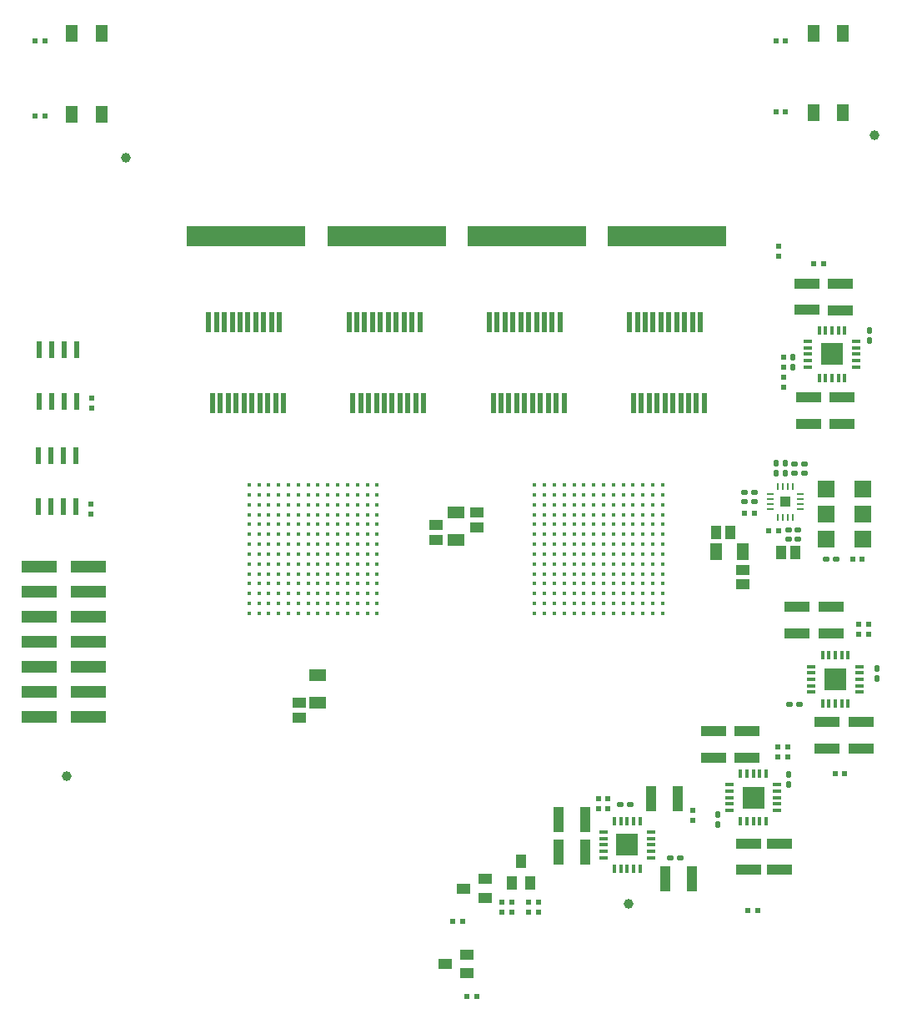
<source format=gtp>
%FSLAX44Y44*%
%MOMM*%
G71*
G01*
G75*
G04 Layer_Color=8421504*
%ADD10C,0.2032*%
G04:AMPARAMS|DCode=11|XSize=0.5mm|YSize=0.6mm|CornerRadius=0.125mm|HoleSize=0mm|Usage=FLASHONLY|Rotation=0.000|XOffset=0mm|YOffset=0mm|HoleType=Round|Shape=RoundedRectangle|*
%AMROUNDEDRECTD11*
21,1,0.5000,0.3500,0,0,0.0*
21,1,0.2500,0.6000,0,0,0.0*
1,1,0.2500,0.1250,-0.1750*
1,1,0.2500,-0.1250,-0.1750*
1,1,0.2500,-0.1250,0.1750*
1,1,0.2500,0.1250,0.1750*
%
%ADD11ROUNDEDRECTD11*%
%ADD12R,2.6000X1.1000*%
%ADD13R,0.6000X0.6000*%
G04:AMPARAMS|DCode=14|XSize=0.5mm|YSize=0.6mm|CornerRadius=0.125mm|HoleSize=0mm|Usage=FLASHONLY|Rotation=270.000|XOffset=0mm|YOffset=0mm|HoleType=Round|Shape=RoundedRectangle|*
%AMROUNDEDRECTD14*
21,1,0.5000,0.3500,0,0,270.0*
21,1,0.2500,0.6000,0,0,270.0*
1,1,0.2500,-0.1750,-0.1250*
1,1,0.2500,-0.1750,0.1250*
1,1,0.2500,0.1750,0.1250*
1,1,0.2500,0.1750,-0.1250*
%
%ADD14ROUNDEDRECTD14*%
%ADD15R,1.1000X1.3500*%
%ADD16R,0.6000X0.6000*%
%ADD17R,1.0000X1.4000*%
%ADD18R,1.4000X1.0000*%
%ADD19R,1.4000X1.1000*%
%ADD20R,1.1500X1.8000*%
%ADD21R,0.9500X0.3500*%
%ADD22R,0.3500X0.9500*%
%ADD23R,3.3000X3.3000*%
%ADD24R,0.6000X1.8000*%
%ADD25R,0.5000X2.0000*%
%ADD26R,1.6000X1.6000*%
%ADD27R,0.2800X0.8000*%
%ADD28R,0.8000X0.2800*%
%ADD29R,1.1000X1.4000*%
%ADD30R,1.1500X1.7000*%
%ADD31R,3.3000X3.3000*%
%ADD32R,1.1000X2.6000*%
%ADD33R,1.7000X1.1500*%
%ADD34C,0.4500*%
%ADD35C,1.0000*%
%ADD36R,12.0500X2.0000*%
%ADD37R,1.8000X1.8000*%
%ADD38R,3.6800X1.2700*%
%ADD39C,0.1270*%
%ADD40C,0.2540*%
%ADD41C,0.5080*%
%ADD42C,0.1524*%
%ADD43C,0.3048*%
%ADD44C,0.5000*%
%ADD45C,0.3810*%
%ADD46C,1.6500*%
%ADD47C,1.4732*%
%ADD48C,0.9500*%
%ADD49R,2.0000X2.0000*%
%ADD50C,8.0000*%
%ADD51C,0.4928*%
%ADD52C,0.6600*%
%ADD53C,0.5080*%
%ADD54C,1.0160*%
%ADD55C,1.0080*%
%ADD56C,2.0580*%
%ADD57C,2.0320*%
%ADD58C,1.4580*%
%ADD59C,1.5580*%
%ADD60C,1.6764*%
%ADD61C,4.3180*%
%ADD62C,0.7620*%
%ADD63C,0.1000*%
%ADD64C,0.1016*%
%ADD65C,0.8380*%
%ADD66C,1.2700*%
%ADD67R,0.4064X2.1590*%
%ADD68R,18.0340X0.5080*%
%ADD69C,0.2500*%
%ADD70C,0.6000*%
%ADD71C,0.2000*%
%ADD72R,2.3100X2.3100*%
%ADD73R,1.1200X1.1200*%
%ADD74R,2.3100X2.3100*%
D11*
X792480Y724582D02*
D03*
Y714582D02*
D03*
X788000Y291000D02*
D03*
Y301000D02*
D03*
X715678Y250524D02*
D03*
Y260524D02*
D03*
X869696Y742014D02*
D03*
Y752014D02*
D03*
X878000Y409000D02*
D03*
Y399000D02*
D03*
X775274Y607294D02*
D03*
Y617294D02*
D03*
X784274Y607294D02*
D03*
Y617294D02*
D03*
D12*
X842518Y657060D02*
D03*
Y684060D02*
D03*
X808482Y657060D02*
D03*
Y684060D02*
D03*
X806450Y799630D02*
D03*
Y772630D02*
D03*
X831000Y471500D02*
D03*
Y444500D02*
D03*
X747000Y231500D02*
D03*
Y204500D02*
D03*
X712000Y345500D02*
D03*
Y318500D02*
D03*
X796500Y471500D02*
D03*
Y444500D02*
D03*
X779000Y231500D02*
D03*
Y204500D02*
D03*
X746000Y345500D02*
D03*
Y318500D02*
D03*
X862000Y354500D02*
D03*
Y327500D02*
D03*
X827000D02*
D03*
Y354500D02*
D03*
X840740Y799550D02*
D03*
Y772550D02*
D03*
D13*
X777670Y549040D02*
D03*
X767670D02*
D03*
X852758Y519938D02*
D03*
X862758D02*
D03*
X746708Y163576D02*
D03*
X756708D02*
D03*
X777000Y329000D02*
D03*
X787000D02*
D03*
X777000Y319000D02*
D03*
X787000D02*
D03*
X845000Y302000D02*
D03*
X835000D02*
D03*
X859000Y454000D02*
D03*
X869000D02*
D03*
X447000Y152000D02*
D03*
X457000D02*
D03*
X859000Y444000D02*
D03*
X869000D02*
D03*
X461000Y76000D02*
D03*
X471000D02*
D03*
X33000Y1045400D02*
D03*
X23000D02*
D03*
Y969400D02*
D03*
X33000D02*
D03*
X775000Y1045400D02*
D03*
X785000D02*
D03*
Y973400D02*
D03*
X775000D02*
D03*
X823388Y819912D02*
D03*
X813388D02*
D03*
X743284Y566166D02*
D03*
X753284D02*
D03*
D14*
X836186Y519928D02*
D03*
X826186D02*
D03*
X668000Y217000D02*
D03*
X678000D02*
D03*
X797670Y540540D02*
D03*
X787670D02*
D03*
X617000Y271000D02*
D03*
X627000D02*
D03*
X797670Y549540D02*
D03*
X787670D02*
D03*
X798952Y372110D02*
D03*
X788952D02*
D03*
X753284Y578358D02*
D03*
X743284D02*
D03*
X753284Y587502D02*
D03*
X743284D02*
D03*
X804274Y607294D02*
D03*
X794274D02*
D03*
X804274Y616294D02*
D03*
X794274D02*
D03*
D15*
X780170Y527040D02*
D03*
X795170D02*
D03*
D16*
X691000Y265000D02*
D03*
Y255000D02*
D03*
X782828Y704118D02*
D03*
Y694118D02*
D03*
Y724438D02*
D03*
Y714438D02*
D03*
X595000Y267000D02*
D03*
Y277000D02*
D03*
X778002Y827612D02*
D03*
Y837612D02*
D03*
X604000Y267000D02*
D03*
Y277000D02*
D03*
X80264Y672926D02*
D03*
Y682926D02*
D03*
X79254Y565984D02*
D03*
Y575984D02*
D03*
X524000Y172000D02*
D03*
Y162000D02*
D03*
X534000D02*
D03*
Y172000D02*
D03*
X497000Y162000D02*
D03*
Y172000D02*
D03*
X506984Y172132D02*
D03*
Y162132D02*
D03*
D17*
X516000Y213000D02*
D03*
X525500Y191000D02*
D03*
X506500D02*
D03*
D18*
X457724Y185794D02*
D03*
X479724Y195294D02*
D03*
Y176294D02*
D03*
X461000Y99500D02*
D03*
Y118500D02*
D03*
X439000Y109000D02*
D03*
D19*
X290830Y374022D02*
D03*
Y359022D02*
D03*
X741834Y509150D02*
D03*
Y494150D02*
D03*
X430022Y539616D02*
D03*
Y554616D02*
D03*
X471170Y567316D02*
D03*
Y552316D02*
D03*
D20*
X813000Y1053400D02*
D03*
X843000D02*
D03*
X813000Y972400D02*
D03*
X843000D02*
D03*
X60000Y971400D02*
D03*
X90000D02*
D03*
X60000Y1053400D02*
D03*
X90000D02*
D03*
D21*
X727750Y291000D02*
D03*
Y284500D02*
D03*
Y278000D02*
D03*
Y271500D02*
D03*
Y265000D02*
D03*
X776250D02*
D03*
Y271500D02*
D03*
Y278000D02*
D03*
Y284500D02*
D03*
Y291000D02*
D03*
X648250Y217000D02*
D03*
Y223500D02*
D03*
Y230000D02*
D03*
Y236500D02*
D03*
Y243000D02*
D03*
X599750D02*
D03*
Y236500D02*
D03*
Y230000D02*
D03*
Y223500D02*
D03*
Y217000D02*
D03*
X859750Y411000D02*
D03*
Y404500D02*
D03*
Y398000D02*
D03*
Y391500D02*
D03*
Y385000D02*
D03*
X811250D02*
D03*
Y391500D02*
D03*
Y398000D02*
D03*
Y404500D02*
D03*
Y411000D02*
D03*
X807680Y714710D02*
D03*
Y721210D02*
D03*
Y727710D02*
D03*
Y734210D02*
D03*
Y740710D02*
D03*
X856180D02*
D03*
Y734210D02*
D03*
Y727710D02*
D03*
Y721210D02*
D03*
Y714710D02*
D03*
D22*
X739000Y253750D02*
D03*
X745500D02*
D03*
X752000D02*
D03*
X758500D02*
D03*
X765000D02*
D03*
Y302250D02*
D03*
X758500D02*
D03*
X752000D02*
D03*
X745500D02*
D03*
X739000D02*
D03*
X611000Y205750D02*
D03*
X617500D02*
D03*
X624000D02*
D03*
X630500D02*
D03*
X637000D02*
D03*
Y254250D02*
D03*
X630500D02*
D03*
X624000D02*
D03*
X617500D02*
D03*
X611000D02*
D03*
X822500Y422250D02*
D03*
X829000D02*
D03*
X835500D02*
D03*
X842000D02*
D03*
X848500D02*
D03*
Y373750D02*
D03*
X842000D02*
D03*
X835500D02*
D03*
X829000D02*
D03*
X822500D02*
D03*
X844930Y703460D02*
D03*
X838430D02*
D03*
X831930D02*
D03*
X825430D02*
D03*
X818930D02*
D03*
Y751960D02*
D03*
X825430D02*
D03*
X831930D02*
D03*
X838430D02*
D03*
X844930D02*
D03*
D24*
X65050Y732000D02*
D03*
X52350D02*
D03*
X39650D02*
D03*
X26950D02*
D03*
X65050Y680000D02*
D03*
X52350D02*
D03*
X39650D02*
D03*
X26950D02*
D03*
X25950Y573000D02*
D03*
X38650D02*
D03*
X51350D02*
D03*
X64050D02*
D03*
X25950Y625000D02*
D03*
X38650D02*
D03*
X51350D02*
D03*
X64050D02*
D03*
D25*
X559869Y678400D02*
D03*
X487869D02*
D03*
X495869D02*
D03*
X503869D02*
D03*
X511869D02*
D03*
X519869D02*
D03*
X527869D02*
D03*
X535869D02*
D03*
X543869D02*
D03*
X551869D02*
D03*
X547869Y760400D02*
D03*
X539869D02*
D03*
X531869D02*
D03*
X523869D02*
D03*
X515869D02*
D03*
X507869D02*
D03*
X499869D02*
D03*
X491869D02*
D03*
X483869D02*
D03*
X555869Y760400D02*
D03*
X702369Y678400D02*
D03*
X630369D02*
D03*
X638369D02*
D03*
X646369D02*
D03*
X654369D02*
D03*
X662369D02*
D03*
X670369D02*
D03*
X678369D02*
D03*
X686369D02*
D03*
X694369D02*
D03*
X690369Y760400D02*
D03*
X682369D02*
D03*
X674369D02*
D03*
X666369D02*
D03*
X658369D02*
D03*
X650369D02*
D03*
X642369D02*
D03*
X634369D02*
D03*
X626369D02*
D03*
X698369Y760400D02*
D03*
X274869Y678400D02*
D03*
X202869D02*
D03*
X210869D02*
D03*
X218869D02*
D03*
X226869D02*
D03*
X234869D02*
D03*
X242869D02*
D03*
X250869D02*
D03*
X258869D02*
D03*
X266869D02*
D03*
X262869Y760400D02*
D03*
X254869D02*
D03*
X246869D02*
D03*
X238869D02*
D03*
X230869D02*
D03*
X222869D02*
D03*
X214869D02*
D03*
X206869D02*
D03*
X198869D02*
D03*
X270869Y760400D02*
D03*
X417369Y678400D02*
D03*
X345369D02*
D03*
X353369D02*
D03*
X361369D02*
D03*
X369369D02*
D03*
X377369D02*
D03*
X385369D02*
D03*
X393369D02*
D03*
X401369D02*
D03*
X409369D02*
D03*
X405369Y760400D02*
D03*
X397369D02*
D03*
X389369D02*
D03*
X381369D02*
D03*
X373369D02*
D03*
X365369D02*
D03*
X357369D02*
D03*
X349369D02*
D03*
X341369D02*
D03*
X413369Y760400D02*
D03*
D27*
X777170Y593540D02*
D03*
X782170D02*
D03*
X787170D02*
D03*
X792170D02*
D03*
Y562540D02*
D03*
X787170D02*
D03*
X782170D02*
D03*
X777170D02*
D03*
D28*
X800170Y585540D02*
D03*
Y580540D02*
D03*
Y575540D02*
D03*
Y570540D02*
D03*
X769170D02*
D03*
Y575540D02*
D03*
Y580540D02*
D03*
Y585540D02*
D03*
D29*
X714114Y546608D02*
D03*
X729114D02*
D03*
D30*
X714214Y527050D02*
D03*
X741714D02*
D03*
D32*
X554444Y223000D02*
D03*
X581444D02*
D03*
X554444Y255524D02*
D03*
X581444D02*
D03*
X662500Y196000D02*
D03*
X689500D02*
D03*
X648500Y276606D02*
D03*
X675500D02*
D03*
D33*
X309372Y402116D02*
D03*
Y374616D02*
D03*
X450088Y539462D02*
D03*
Y566962D02*
D03*
D34*
X370000Y595000D02*
D03*
Y585000D02*
D03*
Y575000D02*
D03*
Y565000D02*
D03*
Y555000D02*
D03*
Y545000D02*
D03*
Y535000D02*
D03*
Y525000D02*
D03*
Y515000D02*
D03*
Y505000D02*
D03*
Y495000D02*
D03*
Y485000D02*
D03*
Y475000D02*
D03*
Y465000D02*
D03*
X360000Y595000D02*
D03*
Y585000D02*
D03*
Y575000D02*
D03*
Y565000D02*
D03*
Y555000D02*
D03*
Y545000D02*
D03*
Y535000D02*
D03*
Y525000D02*
D03*
Y515000D02*
D03*
Y505000D02*
D03*
Y495000D02*
D03*
Y485000D02*
D03*
Y475000D02*
D03*
Y465000D02*
D03*
X350000Y595000D02*
D03*
Y585000D02*
D03*
Y575000D02*
D03*
Y565000D02*
D03*
Y555000D02*
D03*
Y545000D02*
D03*
Y535000D02*
D03*
Y525000D02*
D03*
Y515000D02*
D03*
Y505000D02*
D03*
Y495000D02*
D03*
Y485000D02*
D03*
Y475000D02*
D03*
Y465000D02*
D03*
X340000Y595000D02*
D03*
Y585000D02*
D03*
Y575000D02*
D03*
Y565000D02*
D03*
Y555000D02*
D03*
Y545000D02*
D03*
Y535000D02*
D03*
Y525000D02*
D03*
Y515000D02*
D03*
Y505000D02*
D03*
Y495000D02*
D03*
Y485000D02*
D03*
Y475000D02*
D03*
Y465000D02*
D03*
X330000Y595000D02*
D03*
Y585000D02*
D03*
Y575000D02*
D03*
Y565000D02*
D03*
Y555000D02*
D03*
Y545000D02*
D03*
Y535000D02*
D03*
Y525000D02*
D03*
Y515000D02*
D03*
Y505000D02*
D03*
Y495000D02*
D03*
Y485000D02*
D03*
Y475000D02*
D03*
Y465000D02*
D03*
X320000Y595000D02*
D03*
Y585000D02*
D03*
Y575000D02*
D03*
Y565000D02*
D03*
Y555000D02*
D03*
Y545000D02*
D03*
Y535000D02*
D03*
Y525000D02*
D03*
Y515000D02*
D03*
Y505000D02*
D03*
Y495000D02*
D03*
Y485000D02*
D03*
Y475000D02*
D03*
Y465000D02*
D03*
X310000Y595000D02*
D03*
Y585000D02*
D03*
Y575000D02*
D03*
Y565000D02*
D03*
Y555000D02*
D03*
Y545000D02*
D03*
Y535000D02*
D03*
Y525000D02*
D03*
Y515000D02*
D03*
Y505000D02*
D03*
Y495000D02*
D03*
Y485000D02*
D03*
Y475000D02*
D03*
Y465000D02*
D03*
X300000Y595000D02*
D03*
Y585000D02*
D03*
Y575000D02*
D03*
Y565000D02*
D03*
Y555000D02*
D03*
Y545000D02*
D03*
Y535000D02*
D03*
Y525000D02*
D03*
Y515000D02*
D03*
Y505000D02*
D03*
Y495000D02*
D03*
Y485000D02*
D03*
Y475000D02*
D03*
Y465000D02*
D03*
X290000Y595000D02*
D03*
Y585000D02*
D03*
Y575000D02*
D03*
Y565000D02*
D03*
Y555000D02*
D03*
Y545000D02*
D03*
Y535000D02*
D03*
Y525000D02*
D03*
Y515000D02*
D03*
Y505000D02*
D03*
Y495000D02*
D03*
Y485000D02*
D03*
Y475000D02*
D03*
Y465000D02*
D03*
X280000Y595000D02*
D03*
Y585000D02*
D03*
Y575000D02*
D03*
Y565000D02*
D03*
Y555000D02*
D03*
Y545000D02*
D03*
Y535000D02*
D03*
Y525000D02*
D03*
Y515000D02*
D03*
Y505000D02*
D03*
Y495000D02*
D03*
Y485000D02*
D03*
Y475000D02*
D03*
Y465000D02*
D03*
X270000Y595000D02*
D03*
Y585000D02*
D03*
Y575000D02*
D03*
Y565000D02*
D03*
Y555000D02*
D03*
Y545000D02*
D03*
Y535000D02*
D03*
Y525000D02*
D03*
Y515000D02*
D03*
Y505000D02*
D03*
Y495000D02*
D03*
Y485000D02*
D03*
Y475000D02*
D03*
Y465000D02*
D03*
X260000Y595000D02*
D03*
Y585000D02*
D03*
Y575000D02*
D03*
Y565000D02*
D03*
Y555000D02*
D03*
Y545000D02*
D03*
Y535000D02*
D03*
Y525000D02*
D03*
Y515000D02*
D03*
Y505000D02*
D03*
Y495000D02*
D03*
Y485000D02*
D03*
Y475000D02*
D03*
Y465000D02*
D03*
X250000Y595000D02*
D03*
Y585000D02*
D03*
Y575000D02*
D03*
Y565000D02*
D03*
Y555000D02*
D03*
Y545000D02*
D03*
Y535000D02*
D03*
Y525000D02*
D03*
Y515000D02*
D03*
Y505000D02*
D03*
Y495000D02*
D03*
Y485000D02*
D03*
Y475000D02*
D03*
Y465000D02*
D03*
X240000Y595000D02*
D03*
Y585000D02*
D03*
Y575000D02*
D03*
Y565000D02*
D03*
Y555000D02*
D03*
Y545000D02*
D03*
Y535000D02*
D03*
Y525000D02*
D03*
Y515000D02*
D03*
Y505000D02*
D03*
Y495000D02*
D03*
Y485000D02*
D03*
Y475000D02*
D03*
Y465000D02*
D03*
X530000D02*
D03*
Y475000D02*
D03*
Y485000D02*
D03*
Y495000D02*
D03*
Y505000D02*
D03*
Y515000D02*
D03*
Y525000D02*
D03*
Y535000D02*
D03*
Y545000D02*
D03*
Y555000D02*
D03*
Y565000D02*
D03*
Y575000D02*
D03*
Y585000D02*
D03*
Y595000D02*
D03*
X540000Y465000D02*
D03*
Y475000D02*
D03*
Y485000D02*
D03*
Y495000D02*
D03*
Y505000D02*
D03*
Y515000D02*
D03*
Y525000D02*
D03*
Y535000D02*
D03*
Y545000D02*
D03*
Y555000D02*
D03*
Y565000D02*
D03*
Y575000D02*
D03*
Y585000D02*
D03*
Y595000D02*
D03*
X550000Y465000D02*
D03*
Y475000D02*
D03*
Y485000D02*
D03*
Y495000D02*
D03*
Y505000D02*
D03*
Y515000D02*
D03*
Y525000D02*
D03*
Y535000D02*
D03*
Y545000D02*
D03*
Y555000D02*
D03*
Y565000D02*
D03*
Y575000D02*
D03*
Y585000D02*
D03*
Y595000D02*
D03*
X560000Y465000D02*
D03*
Y475000D02*
D03*
Y485000D02*
D03*
Y495000D02*
D03*
Y505000D02*
D03*
Y515000D02*
D03*
Y525000D02*
D03*
Y535000D02*
D03*
Y545000D02*
D03*
Y555000D02*
D03*
Y565000D02*
D03*
Y575000D02*
D03*
Y585000D02*
D03*
Y595000D02*
D03*
X570000Y465000D02*
D03*
Y475000D02*
D03*
Y485000D02*
D03*
Y495000D02*
D03*
Y505000D02*
D03*
Y515000D02*
D03*
Y525000D02*
D03*
Y535000D02*
D03*
Y545000D02*
D03*
Y555000D02*
D03*
Y565000D02*
D03*
Y575000D02*
D03*
Y585000D02*
D03*
Y595000D02*
D03*
X580000Y465000D02*
D03*
Y475000D02*
D03*
Y485000D02*
D03*
Y495000D02*
D03*
Y505000D02*
D03*
Y515000D02*
D03*
Y525000D02*
D03*
Y535000D02*
D03*
Y545000D02*
D03*
Y555000D02*
D03*
Y565000D02*
D03*
Y575000D02*
D03*
Y585000D02*
D03*
Y595000D02*
D03*
X590000Y465000D02*
D03*
Y475000D02*
D03*
Y485000D02*
D03*
Y495000D02*
D03*
Y505000D02*
D03*
Y515000D02*
D03*
Y525000D02*
D03*
Y535000D02*
D03*
Y545000D02*
D03*
Y555000D02*
D03*
Y565000D02*
D03*
Y575000D02*
D03*
Y585000D02*
D03*
Y595000D02*
D03*
X600000Y465000D02*
D03*
Y475000D02*
D03*
Y485000D02*
D03*
Y495000D02*
D03*
Y505000D02*
D03*
Y515000D02*
D03*
Y525000D02*
D03*
Y535000D02*
D03*
Y545000D02*
D03*
Y555000D02*
D03*
Y565000D02*
D03*
Y575000D02*
D03*
Y585000D02*
D03*
Y595000D02*
D03*
X610000Y465000D02*
D03*
Y475000D02*
D03*
Y485000D02*
D03*
Y495000D02*
D03*
Y505000D02*
D03*
Y515000D02*
D03*
Y525000D02*
D03*
Y535000D02*
D03*
Y545000D02*
D03*
Y555000D02*
D03*
Y565000D02*
D03*
Y575000D02*
D03*
Y585000D02*
D03*
Y595000D02*
D03*
X620000Y465000D02*
D03*
Y475000D02*
D03*
Y485000D02*
D03*
Y495000D02*
D03*
Y505000D02*
D03*
Y515000D02*
D03*
Y525000D02*
D03*
Y535000D02*
D03*
Y545000D02*
D03*
Y555000D02*
D03*
Y565000D02*
D03*
Y575000D02*
D03*
Y585000D02*
D03*
Y595000D02*
D03*
X630000Y465000D02*
D03*
Y475000D02*
D03*
Y485000D02*
D03*
Y495000D02*
D03*
Y505000D02*
D03*
Y515000D02*
D03*
Y525000D02*
D03*
Y535000D02*
D03*
Y545000D02*
D03*
Y555000D02*
D03*
Y565000D02*
D03*
Y575000D02*
D03*
Y585000D02*
D03*
Y595000D02*
D03*
X640000Y465000D02*
D03*
Y475000D02*
D03*
Y485000D02*
D03*
Y495000D02*
D03*
Y505000D02*
D03*
Y515000D02*
D03*
Y525000D02*
D03*
Y535000D02*
D03*
Y545000D02*
D03*
Y555000D02*
D03*
Y565000D02*
D03*
Y575000D02*
D03*
Y585000D02*
D03*
Y595000D02*
D03*
X650000Y465000D02*
D03*
Y475000D02*
D03*
Y485000D02*
D03*
Y495000D02*
D03*
Y505000D02*
D03*
Y515000D02*
D03*
Y525000D02*
D03*
Y535000D02*
D03*
Y545000D02*
D03*
Y555000D02*
D03*
Y565000D02*
D03*
Y575000D02*
D03*
Y585000D02*
D03*
Y595000D02*
D03*
X660000Y465000D02*
D03*
Y475000D02*
D03*
Y485000D02*
D03*
Y495000D02*
D03*
Y505000D02*
D03*
Y515000D02*
D03*
Y525000D02*
D03*
Y535000D02*
D03*
Y545000D02*
D03*
Y555000D02*
D03*
Y565000D02*
D03*
Y575000D02*
D03*
Y585000D02*
D03*
Y595000D02*
D03*
D35*
X55000Y300000D02*
D03*
X625000Y170000D02*
D03*
X875000Y950000D02*
D03*
X115000Y927000D02*
D03*
D36*
X664469Y847400D02*
D03*
X521969D02*
D03*
X379469D02*
D03*
X236919D02*
D03*
D37*
X825800Y539750D02*
D03*
Y565150D02*
D03*
Y590550D02*
D03*
X863300D02*
D03*
Y565150D02*
D03*
Y539750D02*
D03*
D38*
X76750Y410600D02*
D03*
Y385200D02*
D03*
Y359800D02*
D03*
Y486800D02*
D03*
Y461400D02*
D03*
Y436000D02*
D03*
Y512200D02*
D03*
X27250D02*
D03*
Y436000D02*
D03*
Y461400D02*
D03*
Y486800D02*
D03*
Y359800D02*
D03*
Y385200D02*
D03*
Y410600D02*
D03*
D72*
X752000Y278000D02*
D03*
X835500Y398000D02*
D03*
X831930Y727710D02*
D03*
D73*
X784670Y578040D02*
D03*
D74*
X624000Y230000D02*
D03*
M02*

</source>
